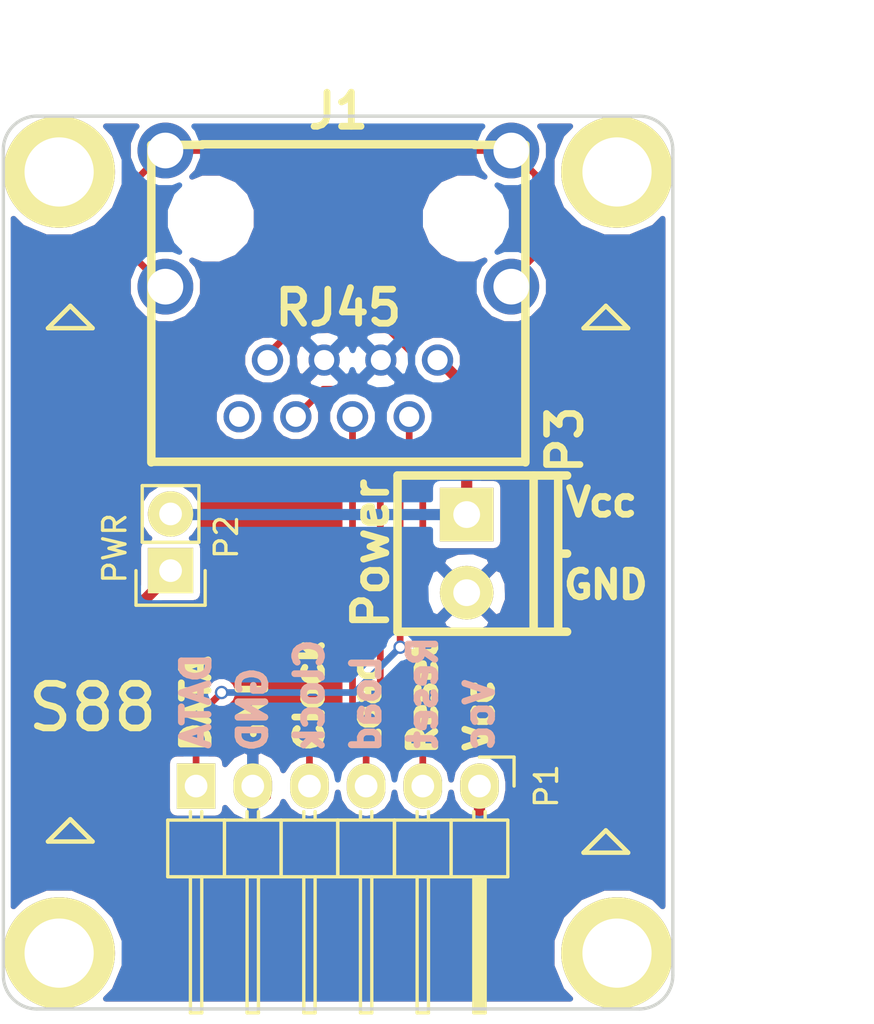
<source format=kicad_pcb>
(kicad_pcb (version 4) (host pcbnew 4.0.2+dfsg1-stable)

  (general
    (links 13)
    (no_connects 0)
    (area 134.7 85.15 178 131.369)
    (thickness 1.6)
    (drawings 37)
    (tracks 49)
    (zones 0)
    (modules 8)
    (nets 10)
  )

  (page A4)
  (layers
    (0 F.Cu signal)
    (31 B.Cu signal)
    (32 B.Adhes user)
    (33 F.Adhes user)
    (34 B.Paste user)
    (35 F.Paste user)
    (36 B.SilkS user)
    (37 F.SilkS user)
    (38 B.Mask user)
    (39 F.Mask user)
    (40 Dwgs.User user)
    (41 Cmts.User user)
    (42 Eco1.User user)
    (43 Eco2.User user)
    (44 Edge.Cuts user)
    (45 Margin user)
    (46 B.CrtYd user)
    (47 F.CrtYd user)
    (48 B.Fab user)
    (49 F.Fab user)
  )

  (setup
    (last_trace_width 0.3)
    (trace_clearance 0.3)
    (zone_clearance 0.254)
    (zone_45_only no)
    (trace_min 0.2)
    (segment_width 0.2)
    (edge_width 0.15)
    (via_size 0.6)
    (via_drill 0.4)
    (via_min_size 0.4)
    (via_min_drill 0.3)
    (uvia_size 0.3)
    (uvia_drill 0.1)
    (uvias_allowed no)
    (uvia_min_size 0.2)
    (uvia_min_drill 0.1)
    (pcb_text_width 0.3)
    (pcb_text_size 1.5 1.5)
    (mod_edge_width 0.15)
    (mod_text_size 1 1)
    (mod_text_width 0.15)
    (pad_size 2.032 1.7272)
    (pad_drill 1.016)
    (pad_to_mask_clearance 0.2)
    (aux_axis_origin 0 0)
    (visible_elements FFFFFF7F)
    (pcbplotparams
      (layerselection 0x010f0_80000001)
      (usegerberextensions true)
      (excludeedgelayer false)
      (linewidth 0.100000)
      (plotframeref false)
      (viasonmask false)
      (mode 1)
      (useauxorigin false)
      (hpglpennumber 1)
      (hpglpenspeed 20)
      (hpglpendiameter 15)
      (hpglpenoverlay 2)
      (psnegative false)
      (psa4output false)
      (plotreference true)
      (plotvalue false)
      (plotinvisibletext false)
      (padsonsilk false)
      (subtractmaskfromsilk false)
      (outputformat 1)
      (mirror false)
      (drillshape 0)
      (scaleselection 1)
      (outputdirectory gerber/))
  )

  (net 0 "")
  (net 1 /GND)
  (net 2 /eVcc)
  (net 3 /DATA)
  (net 4 /Clock)
  (net 5 /Load)
  (net 6 /Reset)
  (net 7 "Net-(J1-Pad8)")
  (net 8 "Net-(J1-Pad9)")
  (net 9 /Vcc)

  (net_class Default "This is the default net class."
    (clearance 0.3)
    (trace_width 0.3)
    (via_dia 0.6)
    (via_drill 0.4)
    (uvia_dia 0.3)
    (uvia_drill 0.1)
    (add_net /Clock)
    (add_net /DATA)
    (add_net /GND)
    (add_net /Load)
    (add_net /Reset)
    (add_net "Net-(J1-Pad8)")
    (add_net "Net-(J1-Pad9)")
  )

  (net_class Power ""
    (clearance 0.3)
    (trace_width 0.5)
    (via_dia 0.6)
    (via_drill 0.4)
    (uvia_dia 0.3)
    (uvia_drill 0.1)
    (add_net /Vcc)
    (add_net /eVcc)
  )

  (module w_to:1pin (layer F.Cu) (tedit 5B643F11) (tstamp 5B6915A6)
    (at 137.5 127.5)
    (descr "module 1 pin (ou trou mecanique de percage)")
    (tags DEV)
    (fp_text reference REF** (at 0 -3.048) (layer F.SilkS) hide
      (effects (font (size 1 1) (thickness 0.15)))
    )
    (fp_text value 1Pin (at 0 2.794) (layer F.Fab) hide
      (effects (font (size 1 1) (thickness 0.15)))
    )
    (fp_circle (center 0 0) (end 0 -2.286) (layer F.SilkS) (width 0.15))
    (pad 1 thru_hole circle (at 0 0) (size 5 5) (drill 3.1) (layers *.Cu *.Mask F.SilkS))
  )

  (module w_to:1pin (layer F.Cu) (tedit 5B643F1D) (tstamp 5B6915A1)
    (at 162.5 127.5)
    (descr "module 1 pin (ou trou mecanique de percage)")
    (tags DEV)
    (fp_text reference REF** (at 0 -3.048) (layer F.SilkS) hide
      (effects (font (size 1 1) (thickness 0.15)))
    )
    (fp_text value 1Pin (at 0 2.794) (layer F.Fab) hide
      (effects (font (size 1 1) (thickness 0.15)))
    )
    (fp_circle (center 0 0) (end 0 -2.286) (layer F.SilkS) (width 0.15))
    (pad 1 thru_hole circle (at 0 0) (size 5 5) (drill 3.1) (layers *.Cu *.Mask F.SilkS))
  )

  (module w_to:1pin (layer F.Cu) (tedit 5B643EEF) (tstamp 5B69159C)
    (at 162.5 92.5)
    (descr "module 1 pin (ou trou mecanique de percage)")
    (tags DEV)
    (fp_text reference REF** (at 0 -3.048) (layer F.SilkS) hide
      (effects (font (size 1 1) (thickness 0.15)))
    )
    (fp_text value 1Pin (at 0 2.794) (layer F.Fab) hide
      (effects (font (size 1 1) (thickness 0.15)))
    )
    (fp_circle (center 0 0) (end 0 -2.286) (layer F.SilkS) (width 0.15))
    (pad 1 thru_hole circle (at 0 0) (size 5 5) (drill 3.1) (layers *.Cu *.Mask F.SilkS))
  )

  (module Pin_Headers:Pin_Header_Angled_1x06 (layer F.Cu) (tedit 5B644987) (tstamp 5B668C8D)
    (at 156.337 120.015 270)
    (descr "Through hole pin header")
    (tags "pin header")
    (path /5B644280)
    (fp_text reference P1 (at 0 -3 270) (layer F.SilkS)
      (effects (font (size 1 1) (thickness 0.15)))
    )
    (fp_text value S88 (at 0 -3.1 270) (layer F.Fab)
      (effects (font (size 1 1) (thickness 0.15)))
    )
    (fp_line (start -1.5 -1.75) (end -1.5 14.45) (layer F.CrtYd) (width 0.05))
    (fp_line (start 10.65 -1.75) (end 10.65 14.45) (layer F.CrtYd) (width 0.05))
    (fp_line (start -1.5 -1.75) (end 10.65 -1.75) (layer F.CrtYd) (width 0.05))
    (fp_line (start -1.5 14.45) (end 10.65 14.45) (layer F.CrtYd) (width 0.05))
    (fp_line (start -1.3 -1.55) (end -1.3 0) (layer F.SilkS) (width 0.15))
    (fp_line (start 0 -1.55) (end -1.3 -1.55) (layer F.SilkS) (width 0.15))
    (fp_line (start 4.191 -0.127) (end 10.033 -0.127) (layer F.SilkS) (width 0.15))
    (fp_line (start 10.033 -0.127) (end 10.033 0.127) (layer F.SilkS) (width 0.15))
    (fp_line (start 10.033 0.127) (end 4.191 0.127) (layer F.SilkS) (width 0.15))
    (fp_line (start 4.191 0.127) (end 4.191 0) (layer F.SilkS) (width 0.15))
    (fp_line (start 4.191 0) (end 10.033 0) (layer F.SilkS) (width 0.15))
    (fp_line (start 1.524 -0.254) (end 1.143 -0.254) (layer F.SilkS) (width 0.15))
    (fp_line (start 1.524 0.254) (end 1.143 0.254) (layer F.SilkS) (width 0.15))
    (fp_line (start 1.524 2.286) (end 1.143 2.286) (layer F.SilkS) (width 0.15))
    (fp_line (start 1.524 2.794) (end 1.143 2.794) (layer F.SilkS) (width 0.15))
    (fp_line (start 1.524 4.826) (end 1.143 4.826) (layer F.SilkS) (width 0.15))
    (fp_line (start 1.524 5.334) (end 1.143 5.334) (layer F.SilkS) (width 0.15))
    (fp_line (start 1.524 12.954) (end 1.143 12.954) (layer F.SilkS) (width 0.15))
    (fp_line (start 1.524 12.446) (end 1.143 12.446) (layer F.SilkS) (width 0.15))
    (fp_line (start 1.524 10.414) (end 1.143 10.414) (layer F.SilkS) (width 0.15))
    (fp_line (start 1.524 9.906) (end 1.143 9.906) (layer F.SilkS) (width 0.15))
    (fp_line (start 1.524 7.874) (end 1.143 7.874) (layer F.SilkS) (width 0.15))
    (fp_line (start 1.524 7.366) (end 1.143 7.366) (layer F.SilkS) (width 0.15))
    (fp_line (start 1.524 -1.27) (end 4.064 -1.27) (layer F.SilkS) (width 0.15))
    (fp_line (start 1.524 1.27) (end 4.064 1.27) (layer F.SilkS) (width 0.15))
    (fp_line (start 1.524 1.27) (end 1.524 3.81) (layer F.SilkS) (width 0.15))
    (fp_line (start 1.524 3.81) (end 4.064 3.81) (layer F.SilkS) (width 0.15))
    (fp_line (start 4.064 2.286) (end 10.16 2.286) (layer F.SilkS) (width 0.15))
    (fp_line (start 10.16 2.286) (end 10.16 2.794) (layer F.SilkS) (width 0.15))
    (fp_line (start 10.16 2.794) (end 4.064 2.794) (layer F.SilkS) (width 0.15))
    (fp_line (start 4.064 3.81) (end 4.064 1.27) (layer F.SilkS) (width 0.15))
    (fp_line (start 4.064 1.27) (end 4.064 -1.27) (layer F.SilkS) (width 0.15))
    (fp_line (start 10.16 0.254) (end 4.064 0.254) (layer F.SilkS) (width 0.15))
    (fp_line (start 10.16 -0.254) (end 10.16 0.254) (layer F.SilkS) (width 0.15))
    (fp_line (start 4.064 -0.254) (end 10.16 -0.254) (layer F.SilkS) (width 0.15))
    (fp_line (start 1.524 1.27) (end 4.064 1.27) (layer F.SilkS) (width 0.15))
    (fp_line (start 1.524 -1.27) (end 1.524 1.27) (layer F.SilkS) (width 0.15))
    (fp_line (start 1.524 8.89) (end 4.064 8.89) (layer F.SilkS) (width 0.15))
    (fp_line (start 1.524 8.89) (end 1.524 11.43) (layer F.SilkS) (width 0.15))
    (fp_line (start 1.524 11.43) (end 4.064 11.43) (layer F.SilkS) (width 0.15))
    (fp_line (start 4.064 9.906) (end 10.16 9.906) (layer F.SilkS) (width 0.15))
    (fp_line (start 10.16 9.906) (end 10.16 10.414) (layer F.SilkS) (width 0.15))
    (fp_line (start 10.16 10.414) (end 4.064 10.414) (layer F.SilkS) (width 0.15))
    (fp_line (start 4.064 11.43) (end 4.064 8.89) (layer F.SilkS) (width 0.15))
    (fp_line (start 4.064 13.97) (end 4.064 11.43) (layer F.SilkS) (width 0.15))
    (fp_line (start 10.16 12.954) (end 4.064 12.954) (layer F.SilkS) (width 0.15))
    (fp_line (start 10.16 12.446) (end 10.16 12.954) (layer F.SilkS) (width 0.15))
    (fp_line (start 4.064 12.446) (end 10.16 12.446) (layer F.SilkS) (width 0.15))
    (fp_line (start 1.524 13.97) (end 4.064 13.97) (layer F.SilkS) (width 0.15))
    (fp_line (start 1.524 11.43) (end 1.524 13.97) (layer F.SilkS) (width 0.15))
    (fp_line (start 1.524 11.43) (end 4.064 11.43) (layer F.SilkS) (width 0.15))
    (fp_line (start 1.524 6.35) (end 4.064 6.35) (layer F.SilkS) (width 0.15))
    (fp_line (start 1.524 6.35) (end 1.524 8.89) (layer F.SilkS) (width 0.15))
    (fp_line (start 1.524 8.89) (end 4.064 8.89) (layer F.SilkS) (width 0.15))
    (fp_line (start 4.064 7.366) (end 10.16 7.366) (layer F.SilkS) (width 0.15))
    (fp_line (start 10.16 7.366) (end 10.16 7.874) (layer F.SilkS) (width 0.15))
    (fp_line (start 10.16 7.874) (end 4.064 7.874) (layer F.SilkS) (width 0.15))
    (fp_line (start 4.064 8.89) (end 4.064 6.35) (layer F.SilkS) (width 0.15))
    (fp_line (start 4.064 6.35) (end 4.064 3.81) (layer F.SilkS) (width 0.15))
    (fp_line (start 10.16 5.334) (end 4.064 5.334) (layer F.SilkS) (width 0.15))
    (fp_line (start 10.16 4.826) (end 10.16 5.334) (layer F.SilkS) (width 0.15))
    (fp_line (start 4.064 4.826) (end 10.16 4.826) (layer F.SilkS) (width 0.15))
    (fp_line (start 1.524 6.35) (end 4.064 6.35) (layer F.SilkS) (width 0.15))
    (fp_line (start 1.524 3.81) (end 1.524 6.35) (layer F.SilkS) (width 0.15))
    (fp_line (start 1.524 3.81) (end 4.064 3.81) (layer F.SilkS) (width 0.15))
    (pad 6 thru_hole oval (at 0 0 270) (size 2.032 1.7272) (drill 1.016) (layers *.Cu *.Mask F.SilkS)
      (net 9 /Vcc))
    (pad 5 thru_hole oval (at 0 2.54 270) (size 2.032 1.7272) (drill 1.016) (layers *.Cu *.Mask F.SilkS)
      (net 6 /Reset))
    (pad 4 thru_hole oval (at 0 5.08 270) (size 2.032 1.7272) (drill 1.016) (layers *.Cu *.Mask F.SilkS)
      (net 5 /Load))
    (pad 3 thru_hole oval (at 0 7.62 270) (size 2.032 1.7272) (drill 1.016) (layers *.Cu *.Mask F.SilkS)
      (net 4 /Clock))
    (pad 2 thru_hole oval (at 0 10.16 270) (size 2.032 1.7272) (drill 1.016) (layers *.Cu *.Mask F.SilkS)
      (net 1 /GND))
    (pad 1 thru_hole rect (at 0 12.7 270) (size 2.032 1.7272) (drill 1.016) (layers *.Cu *.Mask F.SilkS)
      (net 3 /DATA))
    (model Pin_Headers.3dshapes/Pin_Header_Angled_1x06.wrl
      (at (xyz 0 -0.25 0))
      (scale (xyz 1 1 1))
      (rotate (xyz 0 0 90))
    )
  )

  (module Pin_Headers:Pin_Header_Straight_1x02 (layer F.Cu) (tedit 5B643C12) (tstamp 5B668C9E)
    (at 142.494 110.363 180)
    (descr "Through hole pin header")
    (tags "pin header")
    (path /5B644093)
    (fp_text reference P2 (at -2.5 1.5 270) (layer F.SilkS)
      (effects (font (size 1 1) (thickness 0.15)))
    )
    (fp_text value PWR (at 2.5 1 270) (layer F.SilkS)
      (effects (font (size 1 1) (thickness 0.15)))
    )
    (fp_line (start 1.27 1.27) (end 1.27 3.81) (layer F.SilkS) (width 0.15))
    (fp_line (start 1.55 -1.55) (end 1.55 0) (layer F.SilkS) (width 0.15))
    (fp_line (start -1.75 -1.75) (end -1.75 4.3) (layer F.CrtYd) (width 0.05))
    (fp_line (start 1.75 -1.75) (end 1.75 4.3) (layer F.CrtYd) (width 0.05))
    (fp_line (start -1.75 -1.75) (end 1.75 -1.75) (layer F.CrtYd) (width 0.05))
    (fp_line (start -1.75 4.3) (end 1.75 4.3) (layer F.CrtYd) (width 0.05))
    (fp_line (start 1.27 1.27) (end -1.27 1.27) (layer F.SilkS) (width 0.15))
    (fp_line (start -1.55 0) (end -1.55 -1.55) (layer F.SilkS) (width 0.15))
    (fp_line (start -1.55 -1.55) (end 1.55 -1.55) (layer F.SilkS) (width 0.15))
    (fp_line (start -1.27 1.27) (end -1.27 3.81) (layer F.SilkS) (width 0.15))
    (fp_line (start -1.27 3.81) (end 1.27 3.81) (layer F.SilkS) (width 0.15))
    (pad 1 thru_hole rect (at 0 0 180) (size 2.032 2.032) (drill 1.016) (layers *.Cu *.Mask F.SilkS)
      (net 9 /Vcc))
    (pad 2 thru_hole oval (at 0 2.54 180) (size 2.032 2.032) (drill 1.016) (layers *.Cu *.Mask F.SilkS)
      (net 2 /eVcc))
    (model Pin_Headers.3dshapes/Pin_Header_Straight_1x02.wrl
      (at (xyz 0 -0.05 0))
      (scale (xyz 1 1 1))
      (rotate (xyz 0 0 90))
    )
  )

  (module w_conn_pt-1,5:pt_1,5-2-3,5-h (layer F.Cu) (tedit 5B643D5B) (tstamp 5B668CAA)
    (at 156.464 109.601 90)
    (descr "2-way 3.5mm pitch terminal block, Phoenix PT series")
    (path /5B643FB6)
    (fp_text reference P3 (at 5.1 3.7 270) (layer F.SilkS)
      (effects (font (size 1.5 1.5) (thickness 0.3)))
    )
    (fp_text value Power (at 0 -5 90) (layer F.SilkS)
      (effects (font (size 1.5 1.5) (thickness 0.3)))
    )
    (fp_line (start 0 3.4) (end 0 3.8) (layer F.SilkS) (width 0.381))
    (fp_line (start -3.5 2.3) (end 3.5 2.3) (layer F.SilkS) (width 0.381))
    (fp_line (start -3.5 3.4) (end 3.5 3.4) (layer F.SilkS) (width 0.381))
    (fp_line (start -3.5 -3.8) (end -3.5 3.8) (layer F.SilkS) (width 0.381))
    (fp_line (start 3.5 3.8) (end 3.5 -3.8) (layer F.SilkS) (width 0.381))
    (fp_line (start 3.5 -3.8) (end -3.5 -3.8) (layer F.SilkS) (width 0.381))
    (pad 2 thru_hole circle (at -1.75 -0.7 90) (size 2.4 2.4) (drill 1.2) (layers *.Cu *.Mask F.SilkS)
      (net 1 /GND))
    (pad 1 thru_hole rect (at 1.75 -0.7 90) (size 2.4 2.4) (drill 1.2) (layers *.Cu *.Mask F.SilkS)
      (net 2 /eVcc))
    (model walter/conn_pt-1_5/pt_1,5-2-3,5-h.wrl
      (at (xyz 0 0 0))
      (scale (xyz 1 1 1))
      (rotate (xyz 0 0 0))
    )
  )

  (module w_to:1pin (layer F.Cu) (tedit 5B643F02) (tstamp 5B66F9D3)
    (at 137.5 92.5)
    (descr "module 1 pin (ou trou mecanique de percage)")
    (tags DEV)
    (fp_text reference REF** (at 0 -3.048) (layer F.SilkS) hide
      (effects (font (size 1 1) (thickness 0.15)))
    )
    (fp_text value 1Pin (at 0 2.794) (layer F.Fab) hide
      (effects (font (size 1 1) (thickness 0.15)))
    )
    (fp_circle (center 0 0) (end 0 -2.286) (layer F.SilkS) (width 0.15))
    (pad 1 thru_hole circle (at 0 0) (size 5 5) (drill 3.1) (layers *.Cu *.Mask F.SilkS))
  )

  (module w_conn_pc:megb8-8-Uni (layer F.Cu) (tedit 5B645585) (tstamp 5B668C42)
    (at 150.0124 94.5896 180)
    (descr "RJ45 + led indicators, Wiznet P/N RB1-125BAG1A")
    (path /5B643D34)
    (fp_text reference J1 (at 0 4.826 180) (layer F.SilkS)
      (effects (font (thickness 0.3048)))
    )
    (fp_text value RJ45 (at 0 -4 180) (layer F.SilkS)
      (effects (font (thickness 0.3048)))
    )
    (fp_line (start -8.382 -10.922) (end -8.382 3.302) (layer F.SilkS) (width 0.381))
    (fp_line (start -8.382 3.302) (end -6.096 3.302) (layer F.SilkS) (width 0.381))
    (fp_line (start 8.382 -10.922) (end 8.382 3.302) (layer F.SilkS) (width 0.381))
    (fp_line (start 8.382 3.302) (end 6.096 3.302) (layer F.SilkS) (width 0.381))
    (fp_line (start -8.255 -10.895) (end 8.255 -10.895) (layer F.SilkS) (width 0.381))
    (fp_line (start -6.096 3.329) (end 6.096 3.329) (layer F.SilkS) (width 0.381))
    (pad 9 thru_hole circle (at -7.75 3.05 180) (size 2.5 2.5) (drill 1.6) (layers *.Cu *.Mask)
      (net 8 "Net-(J1-Pad9)"))
    (pad 9 thru_hole circle (at 7.75 3.05 180) (size 2.5 2.5) (drill 1.6) (layers *.Cu *.Mask)
      (net 8 "Net-(J1-Pad9)"))
    (pad 3 thru_hole circle (at -1.905 -6.34 180) (size 1.4 1.4) (drill 0.9) (layers *.Cu *.Mask)
      (net 1 /GND))
    (pad 1 thru_hole circle (at -4.445 -6.34 180) (size 1.4 1.4) (drill 0.9) (layers *.Cu *.Mask)
      (net 2 /eVcc))
    (pad 2 thru_hole circle (at -3.175 -8.88 180) (size 1.4 1.4) (drill 0.9) (layers *.Cu *.Mask)
      (net 3 /DATA))
    (pad 4 thru_hole circle (at -0.635 -8.88 180) (size 1.4 1.4) (drill 0.9) (layers *.Cu *.Mask)
      (net 4 /Clock))
    (pad 5 thru_hole circle (at 0.635 -6.34 180) (size 1.4 1.4) (drill 0.9) (layers *.Cu *.Mask)
      (net 1 /GND))
    (pad 6 thru_hole circle (at 1.905 -8.88 180) (size 1.4 1.4) (drill 0.9) (layers *.Cu *.Mask)
      (net 5 /Load))
    (pad 7 thru_hole circle (at 3.175 -6.34 180) (size 1.4 1.4) (drill 0.9) (layers *.Cu *.Mask)
      (net 6 /Reset))
    (pad 8 thru_hole circle (at 4.445 -8.88 180) (size 1.4 1.4) (drill 0.9) (layers *.Cu *.Mask)
      (net 7 "Net-(J1-Pad8)"))
    (pad 9 thru_hole circle (at -7.75 -3.05 180) (size 2.5 2.5) (drill 1.6) (layers *.Cu *.Mask)
      (net 8 "Net-(J1-Pad9)"))
    (pad 9 thru_hole circle (at 7.75 -3.05 180) (size 2.5 2.5) (drill 1.6) (layers *.Cu *.Mask)
      (net 8 "Net-(J1-Pad9)"))
    (pad "" np_thru_hole circle (at -5.715 0 180) (size 3.25 3.25) (drill 3.25) (layers *.Cu))
    (pad "" np_thru_hole circle (at 5.715 0 180) (size 3.25 3.25) (drill 3.25) (layers *.Cu))
    (model walter/conn_pc/rj45-led-rb1-125bag1a.wrl
      (at (xyz 0 0 0))
      (scale (xyz 1 1 1))
      (rotate (xyz 0 0 0))
    )
  )

  (gr_text DATA (at 143.637 116.205 90) (layer B.SilkS)
    (effects (font (size 1.2 1.2) (thickness 0.3)) (justify mirror))
  )
  (gr_text GND (at 146.177 116.586 90) (layer B.SilkS)
    (effects (font (size 1.2 1.2) (thickness 0.3)) (justify mirror))
  )
  (gr_text Clock (at 148.717 115.951 90) (layer B.SilkS)
    (effects (font (size 1.2 1.2) (thickness 0.3)) (justify mirror))
  )
  (gr_text Load (at 151.257 116.332 90) (layer B.SilkS)
    (effects (font (size 1.2 1.2) (thickness 0.3)) (justify mirror))
  )
  (gr_text Reset (at 153.797 115.824 90) (layer B.SilkS)
    (effects (font (size 1.2 1.2) (thickness 0.3)) (justify mirror))
  )
  (gr_text Vcc (at 156.337 116.84 90) (layer B.SilkS)
    (effects (font (size 1.2 1.2) (thickness 0.3)) (justify mirror))
  )
  (gr_text GND (at 162 111) (layer F.SilkS)
    (effects (font (size 1.2 1.2) (thickness 0.3)))
  )
  (gr_text Vcc (at 161.8 107.3) (layer F.SilkS)
    (effects (font (size 1.2 1.2) (thickness 0.3)))
  )
  (gr_text S88 (at 139 116.5) (layer F.SilkS)
    (effects (font (size 2 2) (thickness 0.3)))
  )
  (gr_text DATA (at 143.637 116.332 90) (layer F.SilkS)
    (effects (font (size 1.2 1.2) (thickness 0.3)))
  )
  (gr_text GND (at 146.177 116.586 90) (layer F.SilkS)
    (effects (font (size 1.2 1.2) (thickness 0.3)))
  )
  (gr_text Clock (at 148.717 115.951 90) (layer F.SilkS)
    (effects (font (size 1.2 1.2) (thickness 0.3)))
  )
  (gr_text Load (at 151.257 116.332 90) (layer F.SilkS)
    (effects (font (size 1.2 1.2) (thickness 0.3)))
  )
  (gr_text Reset (at 153.797 116.078 90) (layer F.SilkS)
    (effects (font (size 1.2 1.2) (thickness 0.3)))
  )
  (gr_text Vcc (at 156.337 116.84 90) (layer F.SilkS)
    (effects (font (size 1.2 1.2) (thickness 0.3)))
  )
  (gr_line (start 162 122) (end 161 123) (angle 90) (layer F.SilkS) (width 0.2))
  (gr_line (start 163 123) (end 162 122) (angle 90) (layer F.SilkS) (width 0.2))
  (gr_line (start 161 123) (end 163 123) (angle 90) (layer F.SilkS) (width 0.2))
  (gr_line (start 138 121.5) (end 137 122.5) (angle 90) (layer F.SilkS) (width 0.2))
  (gr_line (start 139 122.5) (end 138 121.5) (angle 90) (layer F.SilkS) (width 0.2))
  (gr_line (start 137 122.5) (end 139 122.5) (angle 90) (layer F.SilkS) (width 0.2))
  (gr_line (start 138 98.5) (end 139 99.5) (angle 90) (layer F.SilkS) (width 0.2))
  (gr_line (start 137 99.5) (end 138 98.5) (angle 90) (layer F.SilkS) (width 0.2))
  (gr_line (start 139 99.5) (end 137 99.5) (angle 90) (layer F.SilkS) (width 0.2))
  (gr_line (start 162 98.5) (end 161 99.5) (angle 90) (layer F.SilkS) (width 0.2))
  (gr_line (start 163 99.5) (end 162 98.5) (angle 90) (layer F.SilkS) (width 0.2))
  (gr_line (start 161 99.5) (end 163 99.5) (angle 90) (layer F.SilkS) (width 0.2))
  (gr_arc (start 136.5 91.5) (end 135 91.5) (angle 90) (layer Edge.Cuts) (width 0.15))
  (gr_arc (start 163.5 91.5) (end 163.5 90) (angle 90) (layer Edge.Cuts) (width 0.15))
  (gr_arc (start 163.5 128.5) (end 165 128.5) (angle 90) (layer Edge.Cuts) (width 0.15))
  (gr_arc (start 136.5 128.5) (end 136.5 130) (angle 90) (layer Edge.Cuts) (width 0.15))
  (gr_line (start 135 91.5) (end 135 128.5) (angle 90) (layer Edge.Cuts) (width 0.15))
  (gr_line (start 163.5 130) (end 136.5 130) (angle 90) (layer Edge.Cuts) (width 0.15))
  (gr_line (start 165 91.5) (end 165 128.5) (angle 90) (layer Edge.Cuts) (width 0.15))
  (dimension 40 (width 0.3) (layer Dwgs.User)
    (gr_text "40,000 mm" (at 171.35 110 270) (layer Dwgs.User)
      (effects (font (size 1.5 1.5) (thickness 0.3)))
    )
    (feature1 (pts (xy 165 130) (xy 172.7 130)))
    (feature2 (pts (xy 165 90) (xy 172.7 90)))
    (crossbar (pts (xy 170 90) (xy 170 130)))
    (arrow1a (pts (xy 170 130) (xy 169.413579 128.873496)))
    (arrow1b (pts (xy 170 130) (xy 170.586421 128.873496)))
    (arrow2a (pts (xy 170 90) (xy 169.413579 91.126504)))
    (arrow2b (pts (xy 170 90) (xy 170.586421 91.126504)))
  )
  (gr_line (start 136.5 90) (end 163.5 90) (angle 90) (layer Edge.Cuts) (width 0.15))
  (dimension 30 (width 0.3) (layer Dwgs.User)
    (gr_text "30,000 mm" (at 150 86.65) (layer Dwgs.User)
      (effects (font (size 1.5 1.5) (thickness 0.3)))
    )
    (feature1 (pts (xy 165 90) (xy 165 85.3)))
    (feature2 (pts (xy 135 90) (xy 135 85.3)))
    (crossbar (pts (xy 135 88) (xy 165 88)))
    (arrow1a (pts (xy 165 88) (xy 163.873496 88.586421)))
    (arrow1b (pts (xy 165 88) (xy 163.873496 87.413579)))
    (arrow2a (pts (xy 135 88) (xy 136.126504 88.586421)))
    (arrow2b (pts (xy 135 88) (xy 136.126504 87.413579)))
  )

  (segment (start 146.825 120.485) (end 146.84 120.5) (width 0.3) (layer F.Cu) (net 1) (tstamp 5B66FC2C))
  (segment (start 155.764 107.851) (end 142.522 107.851) (width 0.5) (layer B.Cu) (net 2))
  (segment (start 142.522 107.851) (end 142.494 107.823) (width 0.5) (layer B.Cu) (net 2) (tstamp 5B677119))
  (segment (start 155.764 107.851) (end 155.764 102.17) (width 0.5) (layer F.Cu) (net 2))
  (segment (start 155.764 102.17) (end 154.5236 100.9296) (width 0.5) (layer F.Cu) (net 2) (tstamp 5B6770E0))
  (segment (start 154.5236 100.9296) (end 154.4574 100.9296) (width 0.5) (layer F.Cu) (net 2) (tstamp 5B6770E1))
  (segment (start 153.1874 103.4696) (end 153.1874 105.5116) (width 0.3) (layer F.Cu) (net 3))
  (segment (start 143.637 116.967) (end 143.637 120.015) (width 0.3) (layer F.Cu) (net 3) (tstamp 5B677129))
  (segment (start 144.78 115.824) (end 143.637 116.967) (width 0.3) (layer F.Cu) (net 3) (tstamp 5B677128))
  (via (at 144.78 115.824) (size 0.6) (drill 0.4) (layers F.Cu B.Cu) (net 3))
  (segment (start 150.749 115.824) (end 144.78 115.824) (width 0.3) (layer B.Cu) (net 3) (tstamp 5B677125))
  (segment (start 152.781 113.792) (end 150.749 115.824) (width 0.3) (layer B.Cu) (net 3) (tstamp 5B677124))
  (via (at 152.781 113.792) (size 0.6) (drill 0.4) (layers F.Cu B.Cu) (net 3))
  (segment (start 152.781 105.918) (end 152.781 113.792) (width 0.3) (layer F.Cu) (net 3) (tstamp 5B677122))
  (segment (start 153.1874 105.5116) (end 152.781 105.918) (width 0.3) (layer F.Cu) (net 3) (tstamp 5B677121))
  (segment (start 148.717 120.015) (end 148.717 118.618) (width 0.3) (layer F.Cu) (net 4))
  (segment (start 150.6474 116.6876) (end 150.6474 103.4696) (width 0.3) (layer F.Cu) (net 4) (tstamp 5B677109))
  (segment (start 148.717 118.618) (end 150.6474 116.6876) (width 0.3) (layer F.Cu) (net 4) (tstamp 5B677107))
  (segment (start 151.257 118.699) (end 151.257 120.015) (width 0.3) (layer F.Cu) (net 5))
  (segment (start 151.257 117.983) (end 151.257 118.699) (width 0.3) (layer F.Cu) (net 5))
  (segment (start 151.892 117.348) (end 151.257 117.983) (width 0.3) (layer F.Cu) (net 5))
  (segment (start 151.892 103.022743) (end 151.892 117.348) (width 0.3) (layer F.Cu) (net 5))
  (segment (start 149.342 102.235) (end 151.104257 102.235) (width 0.3) (layer F.Cu) (net 5))
  (segment (start 148.1074 103.4696) (end 149.342 102.235) (width 0.3) (layer F.Cu) (net 5))
  (segment (start 151.104257 102.235) (end 151.892 103.022743) (width 0.3) (layer F.Cu) (net 5))
  (segment (start 153.289 101.854) (end 154.686 103.251) (width 0.3) (layer F.Cu) (net 6))
  (segment (start 153.289 100.584) (end 153.289 101.854) (width 0.3) (layer F.Cu) (net 6) (tstamp 5B6770F4))
  (segment (start 152.273 99.568) (end 153.289 100.584) (width 0.3) (layer F.Cu) (net 6) (tstamp 5B6770F3))
  (segment (start 147.955 99.568) (end 152.273 99.568) (width 0.3) (layer F.Cu) (net 6) (tstamp 5B6770F2))
  (segment (start 146.8374 100.6856) (end 147.955 99.568) (width 0.3) (layer F.Cu) (net 6) (tstamp 5B6770F1))
  (segment (start 153.797 105.791) (end 153.797 120.015) (width 0.3) (layer F.Cu) (net 6) (tstamp 5B6770F9))
  (segment (start 154.686 104.902) (end 153.797 105.791) (width 0.3) (layer F.Cu) (net 6) (tstamp 5B6770F8))
  (segment (start 154.686 103.251) (end 154.686 104.902) (width 0.3) (layer F.Cu) (net 6) (tstamp 5B6770F7))
  (segment (start 146.8374 100.9296) (end 146.8374 100.6856) (width 0.3) (layer F.Cu) (net 6))
  (segment (start 157.7624 97.6396) (end 157.7624 97.3044) (width 0.3) (layer F.Cu) (net 8))
  (segment (start 157.7624 97.3044) (end 158.8516 96.2152) (width 0.3) (layer F.Cu) (net 8) (tstamp 5B677081))
  (segment (start 158.8516 96.2152) (end 158.8516 92.6288) (width 0.3) (layer F.Cu) (net 8) (tstamp 5B677082))
  (segment (start 158.8516 92.6288) (end 157.7624 91.5396) (width 0.3) (layer F.Cu) (net 8) (tstamp 5B677083))
  (segment (start 142.2624 97.6396) (end 142.1912 97.6396) (width 0.3) (layer F.Cu) (net 8))
  (segment (start 142.1912 97.6396) (end 141.0208 96.4692) (width 0.3) (layer F.Cu) (net 8) (tstamp 5B67707B))
  (segment (start 141.0208 96.4692) (end 141.0208 92.7812) (width 0.3) (layer F.Cu) (net 8) (tstamp 5B67707C))
  (segment (start 141.0208 92.7812) (end 142.2624 91.5396) (width 0.3) (layer F.Cu) (net 8) (tstamp 5B67707D))
  (segment (start 157.7624 91.5396) (end 142.2624 91.5396) (width 0.3) (layer F.Cu) (net 8))
  (segment (start 156.337 120.015) (end 156.337 121.666) (width 0.5) (layer F.Cu) (net 9))
  (segment (start 139.065 113.935) (end 142.5 110.5) (width 0.5) (layer F.Cu) (net 9) (tstamp 5B670069))
  (segment (start 139.065 120.142) (end 139.065 113.935) (width 0.5) (layer F.Cu) (net 9) (tstamp 5B670067))
  (segment (start 142.367 123.444) (end 139.065 120.142) (width 0.5) (layer F.Cu) (net 9) (tstamp 5B670065))
  (segment (start 154.559 123.444) (end 142.367 123.444) (width 0.5) (layer F.Cu) (net 9) (tstamp 5B670064))
  (segment (start 156.337 121.666) (end 154.559 123.444) (width 0.5) (layer F.Cu) (net 9) (tstamp 5B670063))

  (zone (net 1) (net_name /GND) (layer F.Cu) (tstamp 5B66FBB7) (hatch edge 0.508)
    (connect_pads (clearance 0.254))
    (min_thickness 0.254)
    (fill yes (arc_segments 16) (thermal_gap 0.508) (thermal_bridge_width 0.508))
    (polygon
      (pts
        (xy 165 130) (xy 135 130) (xy 135 90) (xy 165 90) (xy 165 130)
      )
    )
    (filled_polygon
      (pts
        (xy 140.841538 90.588416) (xy 140.585692 91.204561) (xy 140.58511 91.871712) (xy 140.739831 92.246167) (xy 140.612799 92.373199)
        (xy 140.487722 92.560392) (xy 140.443799 92.7812) (xy 140.4438 92.781205) (xy 140.4438 96.469195) (xy 140.443799 96.4692)
        (xy 140.487722 96.690008) (xy 140.612799 96.877201) (xy 140.719035 96.983437) (xy 140.585692 97.304561) (xy 140.58511 97.971712)
        (xy 140.83988 98.588303) (xy 141.311216 99.060462) (xy 141.927361 99.316308) (xy 142.594512 99.31689) (xy 143.211103 99.06212)
        (xy 143.683262 98.590784) (xy 143.939108 97.974639) (xy 143.93969 97.307488) (xy 143.68492 96.690897) (xy 143.45688 96.462458)
        (xy 143.887441 96.641243) (xy 144.703777 96.641955) (xy 145.458246 96.330215) (xy 146.035987 95.753482) (xy 146.349043 94.999559)
        (xy 146.349755 94.183223) (xy 146.038015 93.428754) (xy 145.461282 92.851013) (xy 144.707359 92.537957) (xy 143.891023 92.537245)
        (xy 143.457123 92.716529) (xy 143.683262 92.490784) (xy 143.838637 92.1166) (xy 156.186296 92.1166) (xy 156.33988 92.488303)
        (xy 156.56792 92.716742) (xy 156.137359 92.537957) (xy 155.321023 92.537245) (xy 154.566554 92.848985) (xy 153.988813 93.425718)
        (xy 153.675757 94.179641) (xy 153.675045 94.995977) (xy 153.986785 95.750446) (xy 154.563518 96.328187) (xy 155.317441 96.641243)
        (xy 156.133777 96.641955) (xy 156.567677 96.462671) (xy 156.341538 96.688416) (xy 156.085692 97.304561) (xy 156.08511 97.971712)
        (xy 156.33988 98.588303) (xy 156.811216 99.060462) (xy 157.427361 99.316308) (xy 158.094512 99.31689) (xy 158.711103 99.06212)
        (xy 159.183262 98.590784) (xy 159.439108 97.974639) (xy 159.43969 97.307488) (xy 159.186962 96.695839) (xy 159.259598 96.623203)
        (xy 159.259601 96.623201) (xy 159.3625 96.4692) (xy 159.384678 96.436009) (xy 159.4286 96.2152) (xy 159.4286 92.6288)
        (xy 159.384678 92.407992) (xy 159.384678 92.407991) (xy 159.28166 92.253815) (xy 159.439108 91.874639) (xy 159.43969 91.207488)
        (xy 159.18492 90.590897) (xy 159.050258 90.456) (xy 160.404551 90.456) (xy 160.020057 90.839823) (xy 159.57351 91.915229)
        (xy 159.572493 93.079662) (xy 160.017164 94.155846) (xy 160.839823 94.979943) (xy 161.915229 95.42649) (xy 163.079662 95.427507)
        (xy 164.155846 94.982836) (xy 164.544 94.595359) (xy 164.544 125.404551) (xy 164.160177 125.020057) (xy 163.084771 124.57351)
        (xy 161.920338 124.572493) (xy 160.844154 125.017164) (xy 160.020057 125.839823) (xy 159.57351 126.915229) (xy 159.572493 128.079662)
        (xy 160.017164 129.155846) (xy 160.404641 129.544) (xy 139.595449 129.544) (xy 139.979943 129.160177) (xy 140.42649 128.084771)
        (xy 140.427507 126.920338) (xy 139.982836 125.844154) (xy 139.160177 125.020057) (xy 138.084771 124.57351) (xy 136.920338 124.572493)
        (xy 135.844154 125.017164) (xy 135.456 125.404641) (xy 135.456 113.935) (xy 138.388 113.935) (xy 138.388 120.142)
        (xy 138.439534 120.401077) (xy 138.537757 120.548078) (xy 138.586289 120.620711) (xy 141.888289 123.922711) (xy 142.107923 124.069466)
        (xy 142.367 124.121) (xy 154.559 124.121) (xy 154.818077 124.069466) (xy 155.037711 123.922711) (xy 156.815711 122.144711)
        (xy 156.962467 121.925076) (xy 157.014 121.666) (xy 157.014 121.26568) (xy 157.249592 121.108262) (xy 157.529359 120.689561)
        (xy 157.6276 120.19567) (xy 157.6276 119.83433) (xy 157.529359 119.340439) (xy 157.249592 118.921738) (xy 156.830891 118.641971)
        (xy 156.337 118.54373) (xy 155.843109 118.641971) (xy 155.424408 118.921738) (xy 155.144641 119.340439) (xy 155.067 119.730767)
        (xy 154.989359 119.340439) (xy 154.709592 118.921738) (xy 154.374 118.697503) (xy 154.374 112.648175) (xy 154.64643 112.648175)
        (xy 154.769565 112.935788) (xy 155.451734 113.195707) (xy 156.181443 113.174786) (xy 156.758435 112.935788) (xy 156.88157 112.648175)
        (xy 155.764 111.530605) (xy 154.64643 112.648175) (xy 154.374 112.648175) (xy 154.374 112.428829) (xy 154.466825 112.46857)
        (xy 155.584395 111.351) (xy 155.943605 111.351) (xy 157.061175 112.46857) (xy 157.348788 112.345435) (xy 157.608707 111.663266)
        (xy 157.587786 110.933557) (xy 157.348788 110.356565) (xy 157.061175 110.23343) (xy 155.943605 111.351) (xy 155.584395 111.351)
        (xy 154.466825 110.23343) (xy 154.374 110.273171) (xy 154.374 110.053825) (xy 154.64643 110.053825) (xy 155.764 111.171395)
        (xy 156.88157 110.053825) (xy 156.758435 109.766212) (xy 156.076266 109.506293) (xy 155.346557 109.527214) (xy 154.769565 109.766212)
        (xy 154.64643 110.053825) (xy 154.374 110.053825) (xy 154.374 109.437976) (xy 154.394619 109.452064) (xy 154.564 109.486365)
        (xy 156.964 109.486365) (xy 157.122237 109.456591) (xy 157.267567 109.363073) (xy 157.365064 109.220381) (xy 157.399365 109.051)
        (xy 157.399365 106.651) (xy 157.369591 106.492763) (xy 157.276073 106.347433) (xy 157.133381 106.249936) (xy 156.964 106.215635)
        (xy 156.441 106.215635) (xy 156.441 102.17) (xy 156.418482 102.056795) (xy 156.389467 101.910924) (xy 156.242712 101.691289)
        (xy 155.58431 101.032888) (xy 155.584595 100.706409) (xy 155.413381 100.29204) (xy 155.096628 99.974733) (xy 154.682558 99.802796)
        (xy 154.234209 99.802405) (xy 153.81984 99.973619) (xy 153.657088 100.136086) (xy 152.681001 99.159999) (xy 152.493808 99.034922)
        (xy 152.273 98.990999) (xy 152.272995 98.991) (xy 147.955 98.991) (xy 147.734192 99.034922) (xy 147.546999 99.159999)
        (xy 146.90434 99.802658) (xy 146.614209 99.802405) (xy 146.19984 99.973619) (xy 145.882533 100.290372) (xy 145.710596 100.704442)
        (xy 145.710205 101.152791) (xy 145.881419 101.56716) (xy 146.198172 101.884467) (xy 146.612242 102.056404) (xy 147.060591 102.056795)
        (xy 147.47496 101.885581) (xy 147.792267 101.568828) (xy 147.964204 101.154758) (xy 147.964595 100.706409) (xy 147.867524 100.471478)
        (xy 148.194002 100.145) (xy 148.413192 100.145) (xy 148.442123 100.173931) (xy 148.206358 100.235769) (xy 148.029981 100.736722)
        (xy 148.058736 101.26704) (xy 148.206358 101.623431) (xy 148.442125 101.685269) (xy 149.197795 100.9296) (xy 149.183652 100.915458)
        (xy 149.363258 100.735852) (xy 149.3774 100.749995) (xy 149.391542 100.735852) (xy 149.571148 100.915458) (xy 149.557005 100.9296)
        (xy 149.571148 100.943742) (xy 149.391542 101.123348) (xy 149.3774 101.109205) (xy 148.621731 101.864875) (xy 148.678746 102.082252)
        (xy 148.393074 102.367924) (xy 148.332558 102.342796) (xy 147.884209 102.342405) (xy 147.46984 102.513619) (xy 147.152533 102.830372)
        (xy 146.980596 103.244442) (xy 146.980205 103.692791) (xy 147.151419 104.10716) (xy 147.468172 104.424467) (xy 147.882242 104.596404)
        (xy 148.330591 104.596795) (xy 148.74496 104.425581) (xy 149.062267 104.108828) (xy 149.234204 103.694758) (xy 149.234595 103.246409)
        (xy 149.208865 103.184137) (xy 149.581002 102.812) (xy 149.710937 102.812) (xy 149.692533 102.830372) (xy 149.520596 103.244442)
        (xy 149.520205 103.692791) (xy 149.691419 104.10716) (xy 150.008172 104.424467) (xy 150.0704 104.450306) (xy 150.0704 116.448598)
        (xy 148.308999 118.209999) (xy 148.183922 118.397192) (xy 148.139999 118.618) (xy 148.14 118.618005) (xy 148.14 118.697503)
        (xy 147.804408 118.921738) (xy 147.543138 119.312757) (xy 147.468954 119.10068) (xy 147.079036 118.664268) (xy 146.551791 118.410291)
        (xy 146.536026 118.407642) (xy 146.304 118.528783) (xy 146.304 119.888) (xy 146.324 119.888) (xy 146.324 120.142)
        (xy 146.304 120.142) (xy 146.304 121.501217) (xy 146.536026 121.622358) (xy 146.551791 121.619709) (xy 147.079036 121.365732)
        (xy 147.468954 120.92932) (xy 147.543138 120.717243) (xy 147.804408 121.108262) (xy 148.223109 121.388029) (xy 148.717 121.48627)
        (xy 149.210891 121.388029) (xy 149.629592 121.108262) (xy 149.909359 120.689561) (xy 149.987 120.299233) (xy 150.064641 120.689561)
        (xy 150.344408 121.108262) (xy 150.763109 121.388029) (xy 151.257 121.48627) (xy 151.750891 121.388029) (xy 152.169592 121.108262)
        (xy 152.449359 120.689561) (xy 152.527 120.299233) (xy 152.604641 120.689561) (xy 152.884408 121.108262) (xy 153.303109 121.388029)
        (xy 153.797 121.48627) (xy 154.290891 121.388029) (xy 154.709592 121.108262) (xy 154.989359 120.689561) (xy 155.067 120.299233)
        (xy 155.144641 120.689561) (xy 155.424408 121.108262) (xy 155.66 121.26568) (xy 155.66 121.385578) (xy 154.278578 122.767)
        (xy 142.647422 122.767) (xy 139.742 119.861578) (xy 139.742 118.999) (xy 142.338035 118.999) (xy 142.338035 121.031)
        (xy 142.367809 121.189237) (xy 142.461327 121.334567) (xy 142.604019 121.432064) (xy 142.7734 121.466365) (xy 144.5006 121.466365)
        (xy 144.658837 121.436591) (xy 144.804167 121.343073) (xy 144.901664 121.200381) (xy 144.935965 121.031) (xy 144.935965 120.986311)
        (xy 145.274964 121.365732) (xy 145.802209 121.619709) (xy 145.817974 121.622358) (xy 146.05 121.501217) (xy 146.05 120.142)
        (xy 146.03 120.142) (xy 146.03 119.888) (xy 146.05 119.888) (xy 146.05 118.528783) (xy 145.817974 118.407642)
        (xy 145.802209 118.410291) (xy 145.274964 118.664268) (xy 144.935965 119.043689) (xy 144.935965 118.999) (xy 144.906191 118.840763)
        (xy 144.812673 118.695433) (xy 144.669981 118.597936) (xy 144.5006 118.563635) (xy 144.214 118.563635) (xy 144.214 117.206002)
        (xy 144.868924 116.551078) (xy 144.923975 116.551126) (xy 145.191275 116.44068) (xy 145.395961 116.23635) (xy 145.506874 115.969244)
        (xy 145.507126 115.680025) (xy 145.39668 115.412725) (xy 145.19235 115.208039) (xy 144.925244 115.097126) (xy 144.636025 115.096874)
        (xy 144.368725 115.20732) (xy 144.164039 115.41165) (xy 144.053126 115.678756) (xy 144.053077 115.734921) (xy 143.228999 116.558999)
        (xy 143.103922 116.746192) (xy 143.059999 116.967) (xy 143.06 116.967005) (xy 143.06 118.563635) (xy 142.7734 118.563635)
        (xy 142.615163 118.593409) (xy 142.469833 118.686927) (xy 142.372336 118.829619) (xy 142.338035 118.999) (xy 139.742 118.999)
        (xy 139.742 114.215422) (xy 142.143058 111.814365) (xy 143.51 111.814365) (xy 143.668237 111.784591) (xy 143.813567 111.691073)
        (xy 143.911064 111.548381) (xy 143.945365 111.379) (xy 143.945365 109.347) (xy 143.915591 109.188763) (xy 143.822073 109.043433)
        (xy 143.679381 108.945936) (xy 143.51 108.911635) (xy 143.440437 108.911635) (xy 143.542625 108.843355) (xy 143.855428 108.375212)
        (xy 143.96527 107.823) (xy 143.855428 107.270788) (xy 143.542625 106.802645) (xy 143.074482 106.489842) (xy 142.52227 106.38)
        (xy 142.46573 106.38) (xy 141.913518 106.489842) (xy 141.445375 106.802645) (xy 141.132572 107.270788) (xy 141.02273 107.823)
        (xy 141.132572 108.375212) (xy 141.445375 108.843355) (xy 141.547563 108.911635) (xy 141.478 108.911635) (xy 141.319763 108.941409)
        (xy 141.174433 109.034927) (xy 141.076936 109.177619) (xy 141.042635 109.347) (xy 141.042635 110.999942) (xy 138.586289 113.456289)
        (xy 138.439534 113.675923) (xy 138.388 113.935) (xy 135.456 113.935) (xy 135.456 103.692791) (xy 144.440205 103.692791)
        (xy 144.611419 104.10716) (xy 144.928172 104.424467) (xy 145.342242 104.596404) (xy 145.790591 104.596795) (xy 146.20496 104.425581)
        (xy 146.522267 104.108828) (xy 146.694204 103.694758) (xy 146.694595 103.246409) (xy 146.523381 102.83204) (xy 146.206628 102.514733)
        (xy 145.792558 102.342796) (xy 145.344209 102.342405) (xy 144.92984 102.513619) (xy 144.612533 102.830372) (xy 144.440596 103.244442)
        (xy 144.440205 103.692791) (xy 135.456 103.692791) (xy 135.456 94.595449) (xy 135.839823 94.979943) (xy 136.915229 95.42649)
        (xy 138.079662 95.427507) (xy 139.155846 94.982836) (xy 139.979943 94.160177) (xy 140.42649 93.084771) (xy 140.427507 91.920338)
        (xy 139.982836 90.844154) (xy 139.595359 90.456) (xy 140.974185 90.456)
      )
    )
    (filled_polygon
      (pts
        (xy 152.111148 100.915458) (xy 152.097005 100.9296) (xy 152.111148 100.943742) (xy 151.931542 101.123348) (xy 151.9174 101.109205)
        (xy 151.903258 101.123348) (xy 151.723652 100.943742) (xy 151.737795 100.9296) (xy 151.723652 100.915458) (xy 151.903258 100.735852)
        (xy 151.9174 100.749995) (xy 151.931542 100.735852)
      )
    )
  )
  (zone (net 1) (net_name /GND) (layer B.Cu) (tstamp 5B66FBBD) (hatch edge 0.508)
    (connect_pads (clearance 0.254))
    (min_thickness 0.254)
    (fill yes (arc_segments 16) (thermal_gap 0.508) (thermal_bridge_width 0.508))
    (polygon
      (pts
        (xy 135 130) (xy 135 90) (xy 165 90) (xy 165 130)
      )
    )
    (filled_polygon
      (pts
        (xy 140.841538 90.588416) (xy 140.585692 91.204561) (xy 140.58511 91.871712) (xy 140.83988 92.488303) (xy 141.311216 92.960462)
        (xy 141.927361 93.216308) (xy 142.594512 93.21689) (xy 142.890533 93.094577) (xy 142.558813 93.425718) (xy 142.245757 94.179641)
        (xy 142.245045 94.995977) (xy 142.556785 95.750446) (xy 142.890223 96.084467) (xy 142.597439 95.962892) (xy 141.930288 95.96231)
        (xy 141.313697 96.21708) (xy 140.841538 96.688416) (xy 140.585692 97.304561) (xy 140.58511 97.971712) (xy 140.83988 98.588303)
        (xy 141.311216 99.060462) (xy 141.927361 99.316308) (xy 142.594512 99.31689) (xy 143.211103 99.06212) (xy 143.683262 98.590784)
        (xy 143.939108 97.974639) (xy 143.93969 97.307488) (xy 143.68492 96.690897) (xy 143.45688 96.462458) (xy 143.887441 96.641243)
        (xy 144.703777 96.641955) (xy 145.458246 96.330215) (xy 146.035987 95.753482) (xy 146.349043 94.999559) (xy 146.349755 94.183223)
        (xy 146.038015 93.428754) (xy 145.461282 92.851013) (xy 144.707359 92.537957) (xy 143.891023 92.537245) (xy 143.457123 92.716529)
        (xy 143.683262 92.490784) (xy 143.939108 91.874639) (xy 143.93969 91.207488) (xy 143.68492 90.590897) (xy 143.550258 90.456)
        (xy 156.474185 90.456) (xy 156.341538 90.588416) (xy 156.085692 91.204561) (xy 156.08511 91.871712) (xy 156.33988 92.488303)
        (xy 156.56792 92.716742) (xy 156.137359 92.537957) (xy 155.321023 92.537245) (xy 154.566554 92.848985) (xy 153.988813 93.425718)
        (xy 153.675757 94.179641) (xy 153.675045 94.995977) (xy 153.986785 95.750446) (xy 154.563518 96.328187) (xy 155.317441 96.641243)
        (xy 156.133777 96.641955) (xy 156.567677 96.462671) (xy 156.341538 96.688416) (xy 156.085692 97.304561) (xy 156.08511 97.971712)
        (xy 156.33988 98.588303) (xy 156.811216 99.060462) (xy 157.427361 99.316308) (xy 158.094512 99.31689) (xy 158.711103 99.06212)
        (xy 159.183262 98.590784) (xy 159.439108 97.974639) (xy 159.43969 97.307488) (xy 159.18492 96.690897) (xy 158.713584 96.218738)
        (xy 158.097439 95.962892) (xy 157.430288 95.96231) (xy 157.134267 96.084623) (xy 157.465987 95.753482) (xy 157.779043 94.999559)
        (xy 157.779755 94.183223) (xy 157.468015 93.428754) (xy 157.134577 93.094733) (xy 157.427361 93.216308) (xy 158.094512 93.21689)
        (xy 158.711103 92.96212) (xy 159.183262 92.490784) (xy 159.439108 91.874639) (xy 159.43969 91.207488) (xy 159.18492 90.590897)
        (xy 159.050258 90.456) (xy 160.404551 90.456) (xy 160.020057 90.839823) (xy 159.57351 91.915229) (xy 159.572493 93.079662)
        (xy 160.017164 94.155846) (xy 160.839823 94.979943) (xy 161.915229 95.42649) (xy 163.079662 95.427507) (xy 164.155846 94.982836)
        (xy 164.544 94.595359) (xy 164.544 125.404551) (xy 164.160177 125.020057) (xy 163.084771 124.57351) (xy 161.920338 124.572493)
        (xy 160.844154 125.017164) (xy 160.020057 125.839823) (xy 159.57351 126.915229) (xy 159.572493 128.079662) (xy 160.017164 129.155846)
        (xy 160.404641 129.544) (xy 139.595449 129.544) (xy 139.979943 129.160177) (xy 140.42649 128.084771) (xy 140.427507 126.920338)
        (xy 139.982836 125.844154) (xy 139.160177 125.020057) (xy 138.084771 124.57351) (xy 136.920338 124.572493) (xy 135.844154 125.017164)
        (xy 135.456 125.404641) (xy 135.456 118.999) (xy 142.338035 118.999) (xy 142.338035 121.031) (xy 142.367809 121.189237)
        (xy 142.461327 121.334567) (xy 142.604019 121.432064) (xy 142.7734 121.466365) (xy 144.5006 121.466365) (xy 144.658837 121.436591)
        (xy 144.804167 121.343073) (xy 144.901664 121.200381) (xy 144.935965 121.031) (xy 144.935965 120.986311) (xy 145.274964 121.365732)
        (xy 145.802209 121.619709) (xy 145.817974 121.622358) (xy 146.05 121.501217) (xy 146.05 120.142) (xy 146.03 120.142)
        (xy 146.03 119.888) (xy 146.05 119.888) (xy 146.05 118.528783) (xy 146.304 118.528783) (xy 146.304 119.888)
        (xy 146.324 119.888) (xy 146.324 120.142) (xy 146.304 120.142) (xy 146.304 121.501217) (xy 146.536026 121.622358)
        (xy 146.551791 121.619709) (xy 147.079036 121.365732) (xy 147.468954 120.92932) (xy 147.543138 120.717243) (xy 147.804408 121.108262)
        (xy 148.223109 121.388029) (xy 148.717 121.48627) (xy 149.210891 121.388029) (xy 149.629592 121.108262) (xy 149.909359 120.689561)
        (xy 149.987 120.299233) (xy 150.064641 120.689561) (xy 150.344408 121.108262) (xy 150.763109 121.388029) (xy 151.257 121.48627)
        (xy 151.750891 121.388029) (xy 152.169592 121.108262) (xy 152.449359 120.689561) (xy 152.527 120.299233) (xy 152.604641 120.689561)
        (xy 152.884408 121.108262) (xy 153.303109 121.388029) (xy 153.797 121.48627) (xy 154.290891 121.388029) (xy 154.709592 121.108262)
        (xy 154.989359 120.689561) (xy 155.067 120.299233) (xy 155.144641 120.689561) (xy 155.424408 121.108262) (xy 155.843109 121.388029)
        (xy 156.337 121.48627) (xy 156.830891 121.388029) (xy 157.249592 121.108262) (xy 157.529359 120.689561) (xy 157.6276 120.19567)
        (xy 157.6276 119.83433) (xy 157.529359 119.340439) (xy 157.249592 118.921738) (xy 156.830891 118.641971) (xy 156.337 118.54373)
        (xy 155.843109 118.641971) (xy 155.424408 118.921738) (xy 155.144641 119.340439) (xy 155.067 119.730767) (xy 154.989359 119.340439)
        (xy 154.709592 118.921738) (xy 154.290891 118.641971) (xy 153.797 118.54373) (xy 153.303109 118.641971) (xy 152.884408 118.921738)
        (xy 152.604641 119.340439) (xy 152.527 119.730767) (xy 152.449359 119.340439) (xy 152.169592 118.921738) (xy 151.750891 118.641971)
        (xy 151.257 118.54373) (xy 150.763109 118.641971) (xy 150.344408 118.921738) (xy 150.064641 119.340439) (xy 149.987 119.730767)
        (xy 149.909359 119.340439) (xy 149.629592 118.921738) (xy 149.210891 118.641971) (xy 148.717 118.54373) (xy 148.223109 118.641971)
        (xy 147.804408 118.921738) (xy 147.543138 119.312757) (xy 147.468954 119.10068) (xy 147.079036 118.664268) (xy 146.551791 118.410291)
        (xy 146.536026 118.407642) (xy 146.304 118.528783) (xy 146.05 118.528783) (xy 145.817974 118.407642) (xy 145.802209 118.410291)
        (xy 145.274964 118.664268) (xy 144.935965 119.043689) (xy 144.935965 118.999) (xy 144.906191 118.840763) (xy 144.812673 118.695433)
        (xy 144.669981 118.597936) (xy 144.5006 118.563635) (xy 142.7734 118.563635) (xy 142.615163 118.593409) (xy 142.469833 118.686927)
        (xy 142.372336 118.829619) (xy 142.338035 118.999) (xy 135.456 118.999) (xy 135.456 115.967975) (xy 144.052874 115.967975)
        (xy 144.16332 116.235275) (xy 144.36765 116.439961) (xy 144.634756 116.550874) (xy 144.923975 116.551126) (xy 145.191275 116.44068)
        (xy 145.231024 116.401) (xy 150.748995 116.401) (xy 150.749 116.401001) (xy 150.969808 116.357078) (xy 151.157001 116.232001)
        (xy 152.869924 114.519078) (xy 152.924975 114.519126) (xy 153.192275 114.40868) (xy 153.396961 114.20435) (xy 153.507874 113.937244)
        (xy 153.508126 113.648025) (xy 153.39768 113.380725) (xy 153.19335 113.176039) (xy 152.926244 113.065126) (xy 152.637025 113.064874)
        (xy 152.369725 113.17532) (xy 152.165039 113.37965) (xy 152.054126 113.646756) (xy 152.054077 113.702921) (xy 150.509998 115.247)
        (xy 145.231243 115.247) (xy 145.19235 115.208039) (xy 144.925244 115.097126) (xy 144.636025 115.096874) (xy 144.368725 115.20732)
        (xy 144.164039 115.41165) (xy 144.053126 115.678756) (xy 144.052874 115.967975) (xy 135.456 115.967975) (xy 135.456 112.648175)
        (xy 154.64643 112.648175) (xy 154.769565 112.935788) (xy 155.451734 113.195707) (xy 156.181443 113.174786) (xy 156.758435 112.935788)
        (xy 156.88157 112.648175) (xy 155.764 111.530605) (xy 154.64643 112.648175) (xy 135.456 112.648175) (xy 135.456 107.823)
        (xy 141.02273 107.823) (xy 141.132572 108.375212) (xy 141.445375 108.843355) (xy 141.547563 108.911635) (xy 141.478 108.911635)
        (xy 141.319763 108.941409) (xy 141.174433 109.034927) (xy 141.076936 109.177619) (xy 141.042635 109.347) (xy 141.042635 111.379)
        (xy 141.072409 111.537237) (xy 141.165927 111.682567) (xy 141.308619 111.780064) (xy 141.478 111.814365) (xy 143.51 111.814365)
        (xy 143.668237 111.784591) (xy 143.813567 111.691073) (xy 143.911064 111.548381) (xy 143.945365 111.379) (xy 143.945365 111.038734)
        (xy 153.919293 111.038734) (xy 153.940214 111.768443) (xy 154.179212 112.345435) (xy 154.466825 112.46857) (xy 155.584395 111.351)
        (xy 155.943605 111.351) (xy 157.061175 112.46857) (xy 157.348788 112.345435) (xy 157.608707 111.663266) (xy 157.587786 110.933557)
        (xy 157.348788 110.356565) (xy 157.061175 110.23343) (xy 155.943605 111.351) (xy 155.584395 111.351) (xy 154.466825 110.23343)
        (xy 154.179212 110.356565) (xy 153.919293 111.038734) (xy 143.945365 111.038734) (xy 143.945365 110.053825) (xy 154.64643 110.053825)
        (xy 155.764 111.171395) (xy 156.88157 110.053825) (xy 156.758435 109.766212) (xy 156.076266 109.506293) (xy 155.346557 109.527214)
        (xy 154.769565 109.766212) (xy 154.64643 110.053825) (xy 143.945365 110.053825) (xy 143.945365 109.347) (xy 143.915591 109.188763)
        (xy 143.822073 109.043433) (xy 143.679381 108.945936) (xy 143.51 108.911635) (xy 143.440437 108.911635) (xy 143.542625 108.843355)
        (xy 143.753338 108.528) (xy 154.128635 108.528) (xy 154.128635 109.051) (xy 154.158409 109.209237) (xy 154.251927 109.354567)
        (xy 154.394619 109.452064) (xy 154.564 109.486365) (xy 156.964 109.486365) (xy 157.122237 109.456591) (xy 157.267567 109.363073)
        (xy 157.365064 109.220381) (xy 157.399365 109.051) (xy 157.399365 106.651) (xy 157.369591 106.492763) (xy 157.276073 106.347433)
        (xy 157.133381 106.249936) (xy 156.964 106.215635) (xy 154.564 106.215635) (xy 154.405763 106.245409) (xy 154.260433 106.338927)
        (xy 154.162936 106.481619) (xy 154.128635 106.651) (xy 154.128635 107.174) (xy 143.790756 107.174) (xy 143.542625 106.802645)
        (xy 143.074482 106.489842) (xy 142.52227 106.38) (xy 142.46573 106.38) (xy 141.913518 106.489842) (xy 141.445375 106.802645)
        (xy 141.132572 107.270788) (xy 141.02273 107.823) (xy 135.456 107.823) (xy 135.456 103.692791) (xy 144.440205 103.692791)
        (xy 144.611419 104.10716) (xy 144.928172 104.424467) (xy 145.342242 104.596404) (xy 145.790591 104.596795) (xy 146.20496 104.425581)
        (xy 146.522267 104.108828) (xy 146.694204 103.694758) (xy 146.694205 103.692791) (xy 146.980205 103.692791) (xy 147.151419 104.10716)
        (xy 147.468172 104.424467) (xy 147.882242 104.596404) (xy 148.330591 104.596795) (xy 148.74496 104.425581) (xy 149.062267 104.108828)
        (xy 149.234204 103.694758) (xy 149.234205 103.692791) (xy 149.520205 103.692791) (xy 149.691419 104.10716) (xy 150.008172 104.424467)
        (xy 150.422242 104.596404) (xy 150.870591 104.596795) (xy 151.28496 104.425581) (xy 151.602267 104.108828) (xy 151.774204 103.694758)
        (xy 151.774205 103.692791) (xy 152.060205 103.692791) (xy 152.231419 104.10716) (xy 152.548172 104.424467) (xy 152.962242 104.596404)
        (xy 153.410591 104.596795) (xy 153.82496 104.425581) (xy 154.142267 104.108828) (xy 154.314204 103.694758) (xy 154.314595 103.246409)
        (xy 154.143381 102.83204) (xy 153.826628 102.514733) (xy 153.412558 102.342796) (xy 152.964209 102.342405) (xy 152.54984 102.513619)
        (xy 152.232533 102.830372) (xy 152.060596 103.244442) (xy 152.060205 103.692791) (xy 151.774205 103.692791) (xy 151.774595 103.246409)
        (xy 151.603381 102.83204) (xy 151.286628 102.514733) (xy 150.872558 102.342796) (xy 150.424209 102.342405) (xy 150.00984 102.513619)
        (xy 149.692533 102.830372) (xy 149.520596 103.244442) (xy 149.520205 103.692791) (xy 149.234205 103.692791) (xy 149.234595 103.246409)
        (xy 149.063381 102.83204) (xy 148.746628 102.514733) (xy 148.332558 102.342796) (xy 147.884209 102.342405) (xy 147.46984 102.513619)
        (xy 147.152533 102.830372) (xy 146.980596 103.244442) (xy 146.980205 103.692791) (xy 146.694205 103.692791) (xy 146.694595 103.246409)
        (xy 146.523381 102.83204) (xy 146.206628 102.514733) (xy 145.792558 102.342796) (xy 145.344209 102.342405) (xy 144.92984 102.513619)
        (xy 144.612533 102.830372) (xy 144.440596 103.244442) (xy 144.440205 103.692791) (xy 135.456 103.692791) (xy 135.456 101.152791)
        (xy 145.710205 101.152791) (xy 145.881419 101.56716) (xy 146.198172 101.884467) (xy 146.612242 102.056404) (xy 147.060591 102.056795)
        (xy 147.47496 101.885581) (xy 147.495702 101.864875) (xy 148.621731 101.864875) (xy 148.683569 102.100642) (xy 149.184522 102.277019)
        (xy 149.71484 102.248264) (xy 150.071231 102.100642) (xy 150.133069 101.864875) (xy 151.161731 101.864875) (xy 151.223569 102.100642)
        (xy 151.724522 102.277019) (xy 152.25484 102.248264) (xy 152.611231 102.100642) (xy 152.673069 101.864875) (xy 151.9174 101.109205)
        (xy 151.161731 101.864875) (xy 150.133069 101.864875) (xy 149.3774 101.109205) (xy 148.621731 101.864875) (xy 147.495702 101.864875)
        (xy 147.792267 101.568828) (xy 147.964204 101.154758) (xy 147.964568 100.736722) (xy 148.029981 100.736722) (xy 148.058736 101.26704)
        (xy 148.206358 101.623431) (xy 148.442125 101.685269) (xy 149.197795 100.9296) (xy 149.557005 100.9296) (xy 150.312675 101.685269)
        (xy 150.548442 101.623431) (xy 150.639377 101.365155) (xy 150.746358 101.623431) (xy 150.982125 101.685269) (xy 151.737795 100.9296)
        (xy 152.097005 100.9296) (xy 152.852675 101.685269) (xy 153.088442 101.623431) (xy 153.254146 101.152791) (xy 153.330205 101.152791)
        (xy 153.501419 101.56716) (xy 153.818172 101.884467) (xy 154.232242 102.056404) (xy 154.680591 102.056795) (xy 155.09496 101.885581)
        (xy 155.412267 101.568828) (xy 155.584204 101.154758) (xy 155.584595 100.706409) (xy 155.413381 100.29204) (xy 155.096628 99.974733)
        (xy 154.682558 99.802796) (xy 154.234209 99.802405) (xy 153.81984 99.973619) (xy 153.502533 100.290372) (xy 153.330596 100.704442)
        (xy 153.330205 101.152791) (xy 153.254146 101.152791) (xy 153.264819 101.122478) (xy 153.236064 100.59216) (xy 153.088442 100.235769)
        (xy 152.852675 100.173931) (xy 152.097005 100.9296) (xy 151.737795 100.9296) (xy 150.982125 100.173931) (xy 150.746358 100.235769)
        (xy 150.655423 100.494045) (xy 150.548442 100.235769) (xy 150.312675 100.173931) (xy 149.557005 100.9296) (xy 149.197795 100.9296)
        (xy 148.442125 100.173931) (xy 148.206358 100.235769) (xy 148.029981 100.736722) (xy 147.964568 100.736722) (xy 147.964595 100.706409)
        (xy 147.793381 100.29204) (xy 147.496186 99.994325) (xy 148.621731 99.994325) (xy 149.3774 100.749995) (xy 150.133069 99.994325)
        (xy 151.161731 99.994325) (xy 151.9174 100.749995) (xy 152.673069 99.994325) (xy 152.611231 99.758558) (xy 152.110278 99.582181)
        (xy 151.57996 99.610936) (xy 151.223569 99.758558) (xy 151.161731 99.994325) (xy 150.133069 99.994325) (xy 150.071231 99.758558)
        (xy 149.570278 99.582181) (xy 149.03996 99.610936) (xy 148.683569 99.758558) (xy 148.621731 99.994325) (xy 147.496186 99.994325)
        (xy 147.476628 99.974733) (xy 147.062558 99.802796) (xy 146.614209 99.802405) (xy 146.19984 99.973619) (xy 145.882533 100.290372)
        (xy 145.710596 100.704442) (xy 145.710205 101.152791) (xy 135.456 101.152791) (xy 135.456 94.595449) (xy 135.839823 94.979943)
        (xy 136.915229 95.42649) (xy 138.079662 95.427507) (xy 139.155846 94.982836) (xy 139.979943 94.160177) (xy 140.42649 93.084771)
        (xy 140.427507 91.920338) (xy 139.982836 90.844154) (xy 139.595359 90.456) (xy 140.974185 90.456)
      )
    )
  )
)

</source>
